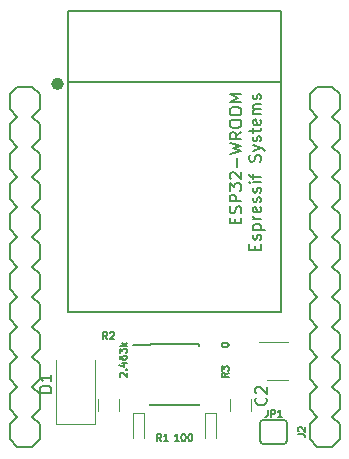
<source format=gbr>
G04 #@! TF.GenerationSoftware,KiCad,Pcbnew,(5.0.2)-1*
G04 #@! TF.CreationDate,2019-10-09T02:29:05+02:00*
G04 #@! TF.ProjectId,esp32-lifepo4,65737033-322d-46c6-9966-65706f342e6b,rev?*
G04 #@! TF.SameCoordinates,Original*
G04 #@! TF.FileFunction,Legend,Top*
G04 #@! TF.FilePolarity,Positive*
%FSLAX46Y46*%
G04 Gerber Fmt 4.6, Leading zero omitted, Abs format (unit mm)*
G04 Created by KiCad (PCBNEW (5.0.2)-1) date 09/10/2019 02:29:05*
%MOMM*%
%LPD*%
G01*
G04 APERTURE LIST*
%ADD10C,0.120000*%
%ADD11C,0.203200*%
%ADD12C,0.152400*%
%ADD13C,0.500000*%
%ADD14C,0.150000*%
%ADD15C,0.127000*%
G04 APERTURE END LIST*
D10*
G04 #@! TO.C,C1*
X151042000Y-96274000D02*
X151042000Y-97274000D01*
X152742000Y-97274000D02*
X152742000Y-96274000D01*
G04 #@! TO.C,C2*
X163918000Y-97274000D02*
X163918000Y-96274000D01*
X162218000Y-96274000D02*
X162218000Y-97274000D01*
G04 #@! TO.C,D1*
X147448000Y-98396000D02*
X147448000Y-92996000D01*
X150748000Y-98396000D02*
X150748000Y-92996000D01*
X147448000Y-98396000D02*
X150748000Y-98396000D01*
G04 #@! TO.C,D2*
X161028000Y-97506000D02*
X161028000Y-99606000D01*
X160028000Y-97506000D02*
X160028000Y-99606000D01*
X161028000Y-97506000D02*
X160028000Y-97506000D01*
G04 #@! TO.C,D3*
X154932000Y-97506000D02*
X153932000Y-97506000D01*
X153932000Y-97506000D02*
X153932000Y-99606000D01*
X154932000Y-97506000D02*
X154932000Y-99606000D01*
D11*
G04 #@! TO.C,J1*
X146050000Y-85725000D02*
X146050000Y-86995000D01*
X146050000Y-86995000D02*
X145415000Y-87630000D01*
X144145000Y-87630000D02*
X143510000Y-86995000D01*
X145415000Y-82550000D02*
X146050000Y-83185000D01*
X146050000Y-83185000D02*
X146050000Y-84455000D01*
X146050000Y-84455000D02*
X145415000Y-85090000D01*
X144145000Y-85090000D02*
X143510000Y-84455000D01*
X143510000Y-84455000D02*
X143510000Y-83185000D01*
X143510000Y-83185000D02*
X144145000Y-82550000D01*
X146050000Y-85725000D02*
X145415000Y-85090000D01*
X144145000Y-85090000D02*
X143510000Y-85725000D01*
X143510000Y-86995000D02*
X143510000Y-85725000D01*
X146050000Y-78105000D02*
X146050000Y-79375000D01*
X146050000Y-79375000D02*
X145415000Y-80010000D01*
X144145000Y-80010000D02*
X143510000Y-79375000D01*
X145415000Y-80010000D02*
X146050000Y-80645000D01*
X146050000Y-80645000D02*
X146050000Y-81915000D01*
X146050000Y-81915000D02*
X145415000Y-82550000D01*
X144145000Y-82550000D02*
X143510000Y-81915000D01*
X143510000Y-81915000D02*
X143510000Y-80645000D01*
X143510000Y-80645000D02*
X144145000Y-80010000D01*
X145415000Y-74930000D02*
X146050000Y-75565000D01*
X146050000Y-75565000D02*
X146050000Y-76835000D01*
X146050000Y-76835000D02*
X145415000Y-77470000D01*
X144145000Y-77470000D02*
X143510000Y-76835000D01*
X143510000Y-76835000D02*
X143510000Y-75565000D01*
X143510000Y-75565000D02*
X144145000Y-74930000D01*
X146050000Y-78105000D02*
X145415000Y-77470000D01*
X144145000Y-77470000D02*
X143510000Y-78105000D01*
X143510000Y-79375000D02*
X143510000Y-78105000D01*
X146050000Y-70485000D02*
X146050000Y-71755000D01*
X146050000Y-71755000D02*
X145415000Y-72390000D01*
X144145000Y-72390000D02*
X143510000Y-71755000D01*
X145415000Y-72390000D02*
X146050000Y-73025000D01*
X146050000Y-73025000D02*
X146050000Y-74295000D01*
X146050000Y-74295000D02*
X145415000Y-74930000D01*
X144145000Y-74930000D02*
X143510000Y-74295000D01*
X143510000Y-74295000D02*
X143510000Y-73025000D01*
X143510000Y-73025000D02*
X144145000Y-72390000D01*
X145415000Y-69850000D02*
X144145000Y-69850000D01*
X146050000Y-70485000D02*
X145415000Y-69850000D01*
X144145000Y-69850000D02*
X143510000Y-70485000D01*
X143510000Y-71755000D02*
X143510000Y-70485000D01*
X146050000Y-88265000D02*
X146050000Y-89535000D01*
X146050000Y-89535000D02*
X145415000Y-90170000D01*
X144145000Y-90170000D02*
X143510000Y-89535000D01*
X146050000Y-88265000D02*
X145415000Y-87630000D01*
X144145000Y-87630000D02*
X143510000Y-88265000D01*
X143510000Y-89535000D02*
X143510000Y-88265000D01*
X146050000Y-90805000D02*
X146050000Y-92075000D01*
X146050000Y-92075000D02*
X145415000Y-92710000D01*
X144145000Y-92710000D02*
X143510000Y-92075000D01*
X146050000Y-90805000D02*
X145415000Y-90170000D01*
X144145000Y-90170000D02*
X143510000Y-90805000D01*
X143510000Y-92075000D02*
X143510000Y-90805000D01*
X146050000Y-93345000D02*
X146050000Y-94615000D01*
X146050000Y-94615000D02*
X145415000Y-95250000D01*
X144145000Y-95250000D02*
X143510000Y-94615000D01*
X146050000Y-93345000D02*
X145415000Y-92710000D01*
X144145000Y-92710000D02*
X143510000Y-93345000D01*
X143510000Y-94615000D02*
X143510000Y-93345000D01*
X146050000Y-95885000D02*
X146050000Y-97155000D01*
X146050000Y-97155000D02*
X145415000Y-97790000D01*
X144145000Y-97790000D02*
X143510000Y-97155000D01*
X146050000Y-95885000D02*
X145415000Y-95250000D01*
X144145000Y-95250000D02*
X143510000Y-95885000D01*
X143510000Y-97155000D02*
X143510000Y-95885000D01*
X146050000Y-98425000D02*
X146050000Y-99695000D01*
X146050000Y-99695000D02*
X145415000Y-100330000D01*
X145415000Y-100330000D02*
X144145000Y-100330000D01*
X144145000Y-100330000D02*
X143510000Y-99695000D01*
X146050000Y-98425000D02*
X145415000Y-97790000D01*
X144145000Y-97790000D02*
X143510000Y-98425000D01*
X143510000Y-99695000D02*
X143510000Y-98425000D01*
G04 #@! TO.C,J2*
X171450000Y-70485000D02*
X171450000Y-71755000D01*
X170815000Y-72390000D02*
X171450000Y-71755000D01*
X168910000Y-71755000D02*
X169545000Y-72390000D01*
X170815000Y-69850000D02*
X171450000Y-70485000D01*
X169545000Y-69850000D02*
X170815000Y-69850000D01*
X168910000Y-70485000D02*
X169545000Y-69850000D01*
X168910000Y-71755000D02*
X168910000Y-70485000D01*
X171450000Y-73025000D02*
X171450000Y-74295000D01*
X170815000Y-74930000D02*
X171450000Y-74295000D01*
X168910000Y-74295000D02*
X169545000Y-74930000D01*
X170815000Y-72390000D02*
X171450000Y-73025000D01*
X168910000Y-73025000D02*
X169545000Y-72390000D01*
X168910000Y-74295000D02*
X168910000Y-73025000D01*
X171450000Y-75565000D02*
X171450000Y-76835000D01*
X170815000Y-77470000D02*
X171450000Y-76835000D01*
X168910000Y-76835000D02*
X169545000Y-77470000D01*
X170815000Y-74930000D02*
X171450000Y-75565000D01*
X168910000Y-75565000D02*
X169545000Y-74930000D01*
X168910000Y-76835000D02*
X168910000Y-75565000D01*
X171450000Y-78105000D02*
X171450000Y-79375000D01*
X170815000Y-80010000D02*
X171450000Y-79375000D01*
X168910000Y-79375000D02*
X169545000Y-80010000D01*
X170815000Y-77470000D02*
X171450000Y-78105000D01*
X168910000Y-78105000D02*
X169545000Y-77470000D01*
X168910000Y-79375000D02*
X168910000Y-78105000D01*
X171450000Y-80645000D02*
X171450000Y-81915000D01*
X170815000Y-82550000D02*
X171450000Y-81915000D01*
X168910000Y-81915000D02*
X169545000Y-82550000D01*
X170815000Y-80010000D02*
X171450000Y-80645000D01*
X168910000Y-80645000D02*
X169545000Y-80010000D01*
X168910000Y-81915000D02*
X168910000Y-80645000D01*
X171450000Y-98425000D02*
X171450000Y-99695000D01*
X170815000Y-100330000D02*
X171450000Y-99695000D01*
X168910000Y-99695000D02*
X169545000Y-100330000D01*
X169545000Y-100330000D02*
X170815000Y-100330000D01*
X171450000Y-97155000D02*
X170815000Y-97790000D01*
X171450000Y-95885000D02*
X171450000Y-97155000D01*
X170815000Y-95250000D02*
X171450000Y-95885000D01*
X168910000Y-95885000D02*
X169545000Y-95250000D01*
X168910000Y-97155000D02*
X168910000Y-95885000D01*
X169545000Y-97790000D02*
X168910000Y-97155000D01*
X170815000Y-97790000D02*
X171450000Y-98425000D01*
X168910000Y-98425000D02*
X169545000Y-97790000D01*
X168910000Y-99695000D02*
X168910000Y-98425000D01*
X171450000Y-90805000D02*
X171450000Y-92075000D01*
X170815000Y-92710000D02*
X171450000Y-92075000D01*
X168910000Y-92075000D02*
X169545000Y-92710000D01*
X171450000Y-94615000D02*
X170815000Y-95250000D01*
X171450000Y-93345000D02*
X171450000Y-94615000D01*
X170815000Y-92710000D02*
X171450000Y-93345000D01*
X168910000Y-93345000D02*
X169545000Y-92710000D01*
X168910000Y-94615000D02*
X168910000Y-93345000D01*
X169545000Y-95250000D02*
X168910000Y-94615000D01*
X171450000Y-89535000D02*
X170815000Y-90170000D01*
X171450000Y-88265000D02*
X171450000Y-89535000D01*
X170815000Y-87630000D02*
X171450000Y-88265000D01*
X168910000Y-88265000D02*
X169545000Y-87630000D01*
X168910000Y-89535000D02*
X168910000Y-88265000D01*
X169545000Y-90170000D02*
X168910000Y-89535000D01*
X170815000Y-90170000D02*
X171450000Y-90805000D01*
X168910000Y-90805000D02*
X169545000Y-90170000D01*
X168910000Y-92075000D02*
X168910000Y-90805000D01*
X171450000Y-83185000D02*
X171450000Y-84455000D01*
X170815000Y-85090000D02*
X171450000Y-84455000D01*
X168910000Y-84455000D02*
X169545000Y-85090000D01*
X171450000Y-86995000D02*
X170815000Y-87630000D01*
X171450000Y-85725000D02*
X171450000Y-86995000D01*
X170815000Y-85090000D02*
X171450000Y-85725000D01*
X168910000Y-85725000D02*
X169545000Y-85090000D01*
X168910000Y-86995000D02*
X168910000Y-85725000D01*
X169545000Y-87630000D02*
X168910000Y-86995000D01*
X170815000Y-82550000D02*
X171450000Y-83185000D01*
X168910000Y-83185000D02*
X169545000Y-82550000D01*
X168910000Y-84455000D02*
X168910000Y-83185000D01*
D12*
G04 #@! TO.C,JP1*
X166725600Y-100076000D02*
X164998400Y-100076000D01*
X166979600Y-99822000D02*
X166979600Y-98298000D01*
X164744400Y-99822000D02*
X164744400Y-98298000D01*
X164998400Y-98044000D02*
X166725600Y-98044000D01*
X166979600Y-98298000D02*
G75*
G03X166725600Y-98044000I-254000J0D01*
G01*
X164998400Y-98044000D02*
G75*
G03X164744400Y-98298000I0J-254000D01*
G01*
X164744400Y-99822000D02*
G75*
G03X164998400Y-100076000I254000J0D01*
G01*
X166725600Y-100076000D02*
G75*
G03X166979600Y-99822000I0J254000D01*
G01*
D13*
G04 #@! TO.C,U1*
X147857981Y-69596000D02*
G75*
G03X147857981Y-69596000I-283981J0D01*
G01*
D14*
X166480000Y-69450000D02*
X148480000Y-69450000D01*
X148480000Y-63450000D02*
X148480000Y-88950000D01*
X166480000Y-63450000D02*
X166480000Y-88950000D01*
X166480000Y-88950000D02*
X148480000Y-88950000D01*
X166480000Y-63450000D02*
X148480000Y-63450000D01*
G04 #@! TO.C,U2*
X155405000Y-91709000D02*
X154005000Y-91709000D01*
X155405000Y-96809000D02*
X159555000Y-96809000D01*
X155405000Y-91659000D02*
X159555000Y-91659000D01*
X155405000Y-96809000D02*
X155405000Y-96664000D01*
X159555000Y-96809000D02*
X159555000Y-96664000D01*
X159555000Y-91659000D02*
X159555000Y-91804000D01*
X155405000Y-91659000D02*
X155405000Y-91709000D01*
D10*
G04 #@! TO.C,U3*
X167100000Y-91420000D02*
X164650000Y-91420000D01*
X165300000Y-94640000D02*
X167100000Y-94640000D01*
G04 #@! TO.C,C2*
D14*
X165203142Y-96178666D02*
X165250761Y-96226285D01*
X165298380Y-96369142D01*
X165298380Y-96464380D01*
X165250761Y-96607238D01*
X165155523Y-96702476D01*
X165060285Y-96750095D01*
X164869809Y-96797714D01*
X164726952Y-96797714D01*
X164536476Y-96750095D01*
X164441238Y-96702476D01*
X164346000Y-96607238D01*
X164298380Y-96464380D01*
X164298380Y-96369142D01*
X164346000Y-96226285D01*
X164393619Y-96178666D01*
X164393619Y-95797714D02*
X164346000Y-95750095D01*
X164298380Y-95654857D01*
X164298380Y-95416761D01*
X164346000Y-95321523D01*
X164393619Y-95273904D01*
X164488857Y-95226285D01*
X164584095Y-95226285D01*
X164726952Y-95273904D01*
X165298380Y-95845333D01*
X165298380Y-95226285D01*
G04 #@! TO.C,D1*
X147050380Y-95734095D02*
X146050380Y-95734095D01*
X146050380Y-95496000D01*
X146098000Y-95353142D01*
X146193238Y-95257904D01*
X146288476Y-95210285D01*
X146478952Y-95162666D01*
X146621809Y-95162666D01*
X146812285Y-95210285D01*
X146907523Y-95257904D01*
X147002761Y-95353142D01*
X147050380Y-95496000D01*
X147050380Y-95734095D01*
X147050380Y-94210285D02*
X147050380Y-94781714D01*
X147050380Y-94496000D02*
X146050380Y-94496000D01*
X146193238Y-94591238D01*
X146288476Y-94686476D01*
X146336095Y-94781714D01*
G04 #@! TO.C,J2*
D15*
X167941171Y-99263200D02*
X168376600Y-99263200D01*
X168463685Y-99292228D01*
X168521742Y-99350285D01*
X168550771Y-99437371D01*
X168550771Y-99495428D01*
X167999228Y-99001942D02*
X167970200Y-98972914D01*
X167941171Y-98914857D01*
X167941171Y-98769714D01*
X167970200Y-98711657D01*
X167999228Y-98682628D01*
X168057285Y-98653600D01*
X168115342Y-98653600D01*
X168202428Y-98682628D01*
X168550771Y-99030971D01*
X168550771Y-98653600D01*
G04 #@! TO.C,JP1*
X165354000Y-97202171D02*
X165354000Y-97637600D01*
X165324971Y-97724685D01*
X165266914Y-97782742D01*
X165179828Y-97811771D01*
X165121771Y-97811771D01*
X165644285Y-97811771D02*
X165644285Y-97202171D01*
X165876514Y-97202171D01*
X165934571Y-97231200D01*
X165963600Y-97260228D01*
X165992628Y-97318285D01*
X165992628Y-97405371D01*
X165963600Y-97463428D01*
X165934571Y-97492457D01*
X165876514Y-97521485D01*
X165644285Y-97521485D01*
X166573200Y-97811771D02*
X166224857Y-97811771D01*
X166399028Y-97811771D02*
X166399028Y-97202171D01*
X166340971Y-97289257D01*
X166282914Y-97347314D01*
X166224857Y-97376342D01*
G04 #@! TO.C,R1*
X156362400Y-99843771D02*
X156159200Y-99553485D01*
X156014057Y-99843771D02*
X156014057Y-99234171D01*
X156246285Y-99234171D01*
X156304342Y-99263200D01*
X156333371Y-99292228D01*
X156362400Y-99350285D01*
X156362400Y-99437371D01*
X156333371Y-99495428D01*
X156304342Y-99524457D01*
X156246285Y-99553485D01*
X156014057Y-99553485D01*
X156942971Y-99843771D02*
X156594628Y-99843771D01*
X156768800Y-99843771D02*
X156768800Y-99234171D01*
X156710742Y-99321257D01*
X156652685Y-99379314D01*
X156594628Y-99408342D01*
X157835600Y-99843771D02*
X157487257Y-99843771D01*
X157661428Y-99843771D02*
X157661428Y-99234171D01*
X157603371Y-99321257D01*
X157545314Y-99379314D01*
X157487257Y-99408342D01*
X158212971Y-99234171D02*
X158271028Y-99234171D01*
X158329085Y-99263200D01*
X158358114Y-99292228D01*
X158387142Y-99350285D01*
X158416171Y-99466400D01*
X158416171Y-99611542D01*
X158387142Y-99727657D01*
X158358114Y-99785714D01*
X158329085Y-99814742D01*
X158271028Y-99843771D01*
X158212971Y-99843771D01*
X158154914Y-99814742D01*
X158125885Y-99785714D01*
X158096857Y-99727657D01*
X158067828Y-99611542D01*
X158067828Y-99466400D01*
X158096857Y-99350285D01*
X158125885Y-99292228D01*
X158154914Y-99263200D01*
X158212971Y-99234171D01*
X158793542Y-99234171D02*
X158851600Y-99234171D01*
X158909657Y-99263200D01*
X158938685Y-99292228D01*
X158967714Y-99350285D01*
X158996742Y-99466400D01*
X158996742Y-99611542D01*
X158967714Y-99727657D01*
X158938685Y-99785714D01*
X158909657Y-99814742D01*
X158851600Y-99843771D01*
X158793542Y-99843771D01*
X158735485Y-99814742D01*
X158706457Y-99785714D01*
X158677428Y-99727657D01*
X158648400Y-99611542D01*
X158648400Y-99466400D01*
X158677428Y-99350285D01*
X158706457Y-99292228D01*
X158735485Y-99263200D01*
X158793542Y-99234171D01*
G04 #@! TO.C,R2*
X151790400Y-91207771D02*
X151587200Y-90917485D01*
X151442057Y-91207771D02*
X151442057Y-90598171D01*
X151674285Y-90598171D01*
X151732342Y-90627200D01*
X151761371Y-90656228D01*
X151790400Y-90714285D01*
X151790400Y-90801371D01*
X151761371Y-90859428D01*
X151732342Y-90888457D01*
X151674285Y-90917485D01*
X151442057Y-90917485D01*
X152022628Y-90656228D02*
X152051657Y-90627200D01*
X152109714Y-90598171D01*
X152254857Y-90598171D01*
X152312914Y-90627200D01*
X152341942Y-90656228D01*
X152370971Y-90714285D01*
X152370971Y-90772342D01*
X152341942Y-90859428D01*
X151993600Y-91207771D01*
X152370971Y-91207771D01*
X152886228Y-94400914D02*
X152857200Y-94371885D01*
X152828171Y-94313828D01*
X152828171Y-94168685D01*
X152857200Y-94110628D01*
X152886228Y-94081600D01*
X152944285Y-94052571D01*
X153002342Y-94052571D01*
X153089428Y-94081600D01*
X153437771Y-94429942D01*
X153437771Y-94052571D01*
X153379714Y-93791314D02*
X153408742Y-93762285D01*
X153437771Y-93791314D01*
X153408742Y-93820342D01*
X153379714Y-93791314D01*
X153437771Y-93791314D01*
X153031371Y-93239771D02*
X153437771Y-93239771D01*
X152799142Y-93384914D02*
X153234571Y-93530057D01*
X153234571Y-93152685D01*
X152828171Y-92659200D02*
X152828171Y-92775314D01*
X152857200Y-92833371D01*
X152886228Y-92862400D01*
X152973314Y-92920457D01*
X153089428Y-92949485D01*
X153321657Y-92949485D01*
X153379714Y-92920457D01*
X153408742Y-92891428D01*
X153437771Y-92833371D01*
X153437771Y-92717257D01*
X153408742Y-92659200D01*
X153379714Y-92630171D01*
X153321657Y-92601142D01*
X153176514Y-92601142D01*
X153118457Y-92630171D01*
X153089428Y-92659200D01*
X153060400Y-92717257D01*
X153060400Y-92833371D01*
X153089428Y-92891428D01*
X153118457Y-92920457D01*
X153176514Y-92949485D01*
X152828171Y-92397942D02*
X152828171Y-92020571D01*
X153060400Y-92223771D01*
X153060400Y-92136685D01*
X153089428Y-92078628D01*
X153118457Y-92049600D01*
X153176514Y-92020571D01*
X153321657Y-92020571D01*
X153379714Y-92049600D01*
X153408742Y-92078628D01*
X153437771Y-92136685D01*
X153437771Y-92310857D01*
X153408742Y-92368914D01*
X153379714Y-92397942D01*
X153437771Y-91759314D02*
X152828171Y-91759314D01*
X153205542Y-91701257D02*
X153437771Y-91527085D01*
X153031371Y-91527085D02*
X153263600Y-91759314D01*
G04 #@! TO.C,R3*
X162073771Y-94081600D02*
X161783485Y-94284800D01*
X162073771Y-94429942D02*
X161464171Y-94429942D01*
X161464171Y-94197714D01*
X161493200Y-94139657D01*
X161522228Y-94110628D01*
X161580285Y-94081600D01*
X161667371Y-94081600D01*
X161725428Y-94110628D01*
X161754457Y-94139657D01*
X161783485Y-94197714D01*
X161783485Y-94429942D01*
X161464171Y-93878400D02*
X161464171Y-93501028D01*
X161696400Y-93704228D01*
X161696400Y-93617142D01*
X161725428Y-93559085D01*
X161754457Y-93530057D01*
X161812514Y-93501028D01*
X161957657Y-93501028D01*
X162015714Y-93530057D01*
X162044742Y-93559085D01*
X162073771Y-93617142D01*
X162073771Y-93791314D01*
X162044742Y-93849371D01*
X162015714Y-93878400D01*
X161464171Y-91723028D02*
X161464171Y-91664971D01*
X161493200Y-91606914D01*
X161522228Y-91577885D01*
X161580285Y-91548857D01*
X161696400Y-91519828D01*
X161841542Y-91519828D01*
X161957657Y-91548857D01*
X162015714Y-91577885D01*
X162044742Y-91606914D01*
X162073771Y-91664971D01*
X162073771Y-91723028D01*
X162044742Y-91781085D01*
X162015714Y-91810114D01*
X161957657Y-91839142D01*
X161841542Y-91868171D01*
X161696400Y-91868171D01*
X161580285Y-91839142D01*
X161522228Y-91810114D01*
X161493200Y-91781085D01*
X161464171Y-91723028D01*
G04 #@! TO.C,U1*
D14*
X164266571Y-83660428D02*
X164266571Y-83327095D01*
X164790380Y-83184238D02*
X164790380Y-83660428D01*
X163790380Y-83660428D01*
X163790380Y-83184238D01*
X164742761Y-82803285D02*
X164790380Y-82708047D01*
X164790380Y-82517571D01*
X164742761Y-82422333D01*
X164647523Y-82374714D01*
X164599904Y-82374714D01*
X164504666Y-82422333D01*
X164457047Y-82517571D01*
X164457047Y-82660428D01*
X164409428Y-82755666D01*
X164314190Y-82803285D01*
X164266571Y-82803285D01*
X164171333Y-82755666D01*
X164123714Y-82660428D01*
X164123714Y-82517571D01*
X164171333Y-82422333D01*
X164123714Y-81946142D02*
X165123714Y-81946142D01*
X164171333Y-81946142D02*
X164123714Y-81850904D01*
X164123714Y-81660428D01*
X164171333Y-81565190D01*
X164218952Y-81517571D01*
X164314190Y-81469952D01*
X164599904Y-81469952D01*
X164695142Y-81517571D01*
X164742761Y-81565190D01*
X164790380Y-81660428D01*
X164790380Y-81850904D01*
X164742761Y-81946142D01*
X164790380Y-81041380D02*
X164123714Y-81041380D01*
X164314190Y-81041380D02*
X164218952Y-80993761D01*
X164171333Y-80946142D01*
X164123714Y-80850904D01*
X164123714Y-80755666D01*
X164742761Y-80041380D02*
X164790380Y-80136619D01*
X164790380Y-80327095D01*
X164742761Y-80422333D01*
X164647523Y-80469952D01*
X164266571Y-80469952D01*
X164171333Y-80422333D01*
X164123714Y-80327095D01*
X164123714Y-80136619D01*
X164171333Y-80041380D01*
X164266571Y-79993761D01*
X164361809Y-79993761D01*
X164457047Y-80469952D01*
X164742761Y-79612809D02*
X164790380Y-79517571D01*
X164790380Y-79327095D01*
X164742761Y-79231857D01*
X164647523Y-79184238D01*
X164599904Y-79184238D01*
X164504666Y-79231857D01*
X164457047Y-79327095D01*
X164457047Y-79469952D01*
X164409428Y-79565190D01*
X164314190Y-79612809D01*
X164266571Y-79612809D01*
X164171333Y-79565190D01*
X164123714Y-79469952D01*
X164123714Y-79327095D01*
X164171333Y-79231857D01*
X164742761Y-78803285D02*
X164790380Y-78708047D01*
X164790380Y-78517571D01*
X164742761Y-78422333D01*
X164647523Y-78374714D01*
X164599904Y-78374714D01*
X164504666Y-78422333D01*
X164457047Y-78517571D01*
X164457047Y-78660428D01*
X164409428Y-78755666D01*
X164314190Y-78803285D01*
X164266571Y-78803285D01*
X164171333Y-78755666D01*
X164123714Y-78660428D01*
X164123714Y-78517571D01*
X164171333Y-78422333D01*
X164790380Y-77946142D02*
X164123714Y-77946142D01*
X163790380Y-77946142D02*
X163838000Y-77993761D01*
X163885619Y-77946142D01*
X163838000Y-77898523D01*
X163790380Y-77946142D01*
X163885619Y-77946142D01*
X164123714Y-77612809D02*
X164123714Y-77231857D01*
X164790380Y-77469952D02*
X163933238Y-77469952D01*
X163838000Y-77422333D01*
X163790380Y-77327095D01*
X163790380Y-77231857D01*
X164742761Y-76184238D02*
X164790380Y-76041380D01*
X164790380Y-75803285D01*
X164742761Y-75708047D01*
X164695142Y-75660428D01*
X164599904Y-75612809D01*
X164504666Y-75612809D01*
X164409428Y-75660428D01*
X164361809Y-75708047D01*
X164314190Y-75803285D01*
X164266571Y-75993761D01*
X164218952Y-76089000D01*
X164171333Y-76136619D01*
X164076095Y-76184238D01*
X163980857Y-76184238D01*
X163885619Y-76136619D01*
X163838000Y-76089000D01*
X163790380Y-75993761D01*
X163790380Y-75755666D01*
X163838000Y-75612809D01*
X164123714Y-75279476D02*
X164790380Y-75041380D01*
X164123714Y-74803285D02*
X164790380Y-75041380D01*
X165028476Y-75136619D01*
X165076095Y-75184238D01*
X165123714Y-75279476D01*
X164742761Y-74469952D02*
X164790380Y-74374714D01*
X164790380Y-74184238D01*
X164742761Y-74089000D01*
X164647523Y-74041380D01*
X164599904Y-74041380D01*
X164504666Y-74089000D01*
X164457047Y-74184238D01*
X164457047Y-74327095D01*
X164409428Y-74422333D01*
X164314190Y-74469952D01*
X164266571Y-74469952D01*
X164171333Y-74422333D01*
X164123714Y-74327095D01*
X164123714Y-74184238D01*
X164171333Y-74089000D01*
X164123714Y-73755666D02*
X164123714Y-73374714D01*
X163790380Y-73612809D02*
X164647523Y-73612809D01*
X164742761Y-73565190D01*
X164790380Y-73469952D01*
X164790380Y-73374714D01*
X164742761Y-72660428D02*
X164790380Y-72755666D01*
X164790380Y-72946142D01*
X164742761Y-73041380D01*
X164647523Y-73089000D01*
X164266571Y-73089000D01*
X164171333Y-73041380D01*
X164123714Y-72946142D01*
X164123714Y-72755666D01*
X164171333Y-72660428D01*
X164266571Y-72612809D01*
X164361809Y-72612809D01*
X164457047Y-73089000D01*
X164790380Y-72184238D02*
X164123714Y-72184238D01*
X164218952Y-72184238D02*
X164171333Y-72136619D01*
X164123714Y-72041380D01*
X164123714Y-71898523D01*
X164171333Y-71803285D01*
X164266571Y-71755666D01*
X164790380Y-71755666D01*
X164266571Y-71755666D02*
X164171333Y-71708047D01*
X164123714Y-71612809D01*
X164123714Y-71469952D01*
X164171333Y-71374714D01*
X164266571Y-71327095D01*
X164790380Y-71327095D01*
X164742761Y-70898523D02*
X164790380Y-70803285D01*
X164790380Y-70612809D01*
X164742761Y-70517571D01*
X164647523Y-70469952D01*
X164599904Y-70469952D01*
X164504666Y-70517571D01*
X164457047Y-70612809D01*
X164457047Y-70755666D01*
X164409428Y-70850904D01*
X164314190Y-70898523D01*
X164266571Y-70898523D01*
X164171333Y-70850904D01*
X164123714Y-70755666D01*
X164123714Y-70612809D01*
X164171333Y-70517571D01*
X162615571Y-81398380D02*
X162615571Y-81065047D01*
X163139380Y-80922190D02*
X163139380Y-81398380D01*
X162139380Y-81398380D01*
X162139380Y-80922190D01*
X163091761Y-80541238D02*
X163139380Y-80398380D01*
X163139380Y-80160285D01*
X163091761Y-80065047D01*
X163044142Y-80017428D01*
X162948904Y-79969809D01*
X162853666Y-79969809D01*
X162758428Y-80017428D01*
X162710809Y-80065047D01*
X162663190Y-80160285D01*
X162615571Y-80350761D01*
X162567952Y-80446000D01*
X162520333Y-80493619D01*
X162425095Y-80541238D01*
X162329857Y-80541238D01*
X162234619Y-80493619D01*
X162187000Y-80446000D01*
X162139380Y-80350761D01*
X162139380Y-80112666D01*
X162187000Y-79969809D01*
X163139380Y-79541238D02*
X162139380Y-79541238D01*
X162139380Y-79160285D01*
X162187000Y-79065047D01*
X162234619Y-79017428D01*
X162329857Y-78969809D01*
X162472714Y-78969809D01*
X162567952Y-79017428D01*
X162615571Y-79065047D01*
X162663190Y-79160285D01*
X162663190Y-79541238D01*
X162139380Y-78636476D02*
X162139380Y-78017428D01*
X162520333Y-78350761D01*
X162520333Y-78207904D01*
X162567952Y-78112666D01*
X162615571Y-78065047D01*
X162710809Y-78017428D01*
X162948904Y-78017428D01*
X163044142Y-78065047D01*
X163091761Y-78112666D01*
X163139380Y-78207904D01*
X163139380Y-78493619D01*
X163091761Y-78588857D01*
X163044142Y-78636476D01*
X162234619Y-77636476D02*
X162187000Y-77588857D01*
X162139380Y-77493619D01*
X162139380Y-77255523D01*
X162187000Y-77160285D01*
X162234619Y-77112666D01*
X162329857Y-77065047D01*
X162425095Y-77065047D01*
X162567952Y-77112666D01*
X163139380Y-77684095D01*
X163139380Y-77065047D01*
X162758428Y-76636476D02*
X162758428Y-75874571D01*
X162139380Y-75493619D02*
X163139380Y-75255523D01*
X162425095Y-75065047D01*
X163139380Y-74874571D01*
X162139380Y-74636476D01*
X163139380Y-73684095D02*
X162663190Y-74017428D01*
X163139380Y-74255523D02*
X162139380Y-74255523D01*
X162139380Y-73874571D01*
X162187000Y-73779333D01*
X162234619Y-73731714D01*
X162329857Y-73684095D01*
X162472714Y-73684095D01*
X162567952Y-73731714D01*
X162615571Y-73779333D01*
X162663190Y-73874571D01*
X162663190Y-74255523D01*
X162139380Y-73065047D02*
X162139380Y-72874571D01*
X162187000Y-72779333D01*
X162282238Y-72684095D01*
X162472714Y-72636476D01*
X162806047Y-72636476D01*
X162996523Y-72684095D01*
X163091761Y-72779333D01*
X163139380Y-72874571D01*
X163139380Y-73065047D01*
X163091761Y-73160285D01*
X162996523Y-73255523D01*
X162806047Y-73303142D01*
X162472714Y-73303142D01*
X162282238Y-73255523D01*
X162187000Y-73160285D01*
X162139380Y-73065047D01*
X162139380Y-72017428D02*
X162139380Y-71826952D01*
X162187000Y-71731714D01*
X162282238Y-71636476D01*
X162472714Y-71588857D01*
X162806047Y-71588857D01*
X162996523Y-71636476D01*
X163091761Y-71731714D01*
X163139380Y-71826952D01*
X163139380Y-72017428D01*
X163091761Y-72112666D01*
X162996523Y-72207904D01*
X162806047Y-72255523D01*
X162472714Y-72255523D01*
X162282238Y-72207904D01*
X162187000Y-72112666D01*
X162139380Y-72017428D01*
X163139380Y-71160285D02*
X162139380Y-71160285D01*
X162853666Y-70826952D01*
X162139380Y-70493619D01*
X163139380Y-70493619D01*
G04 #@! TD*
M02*

</source>
